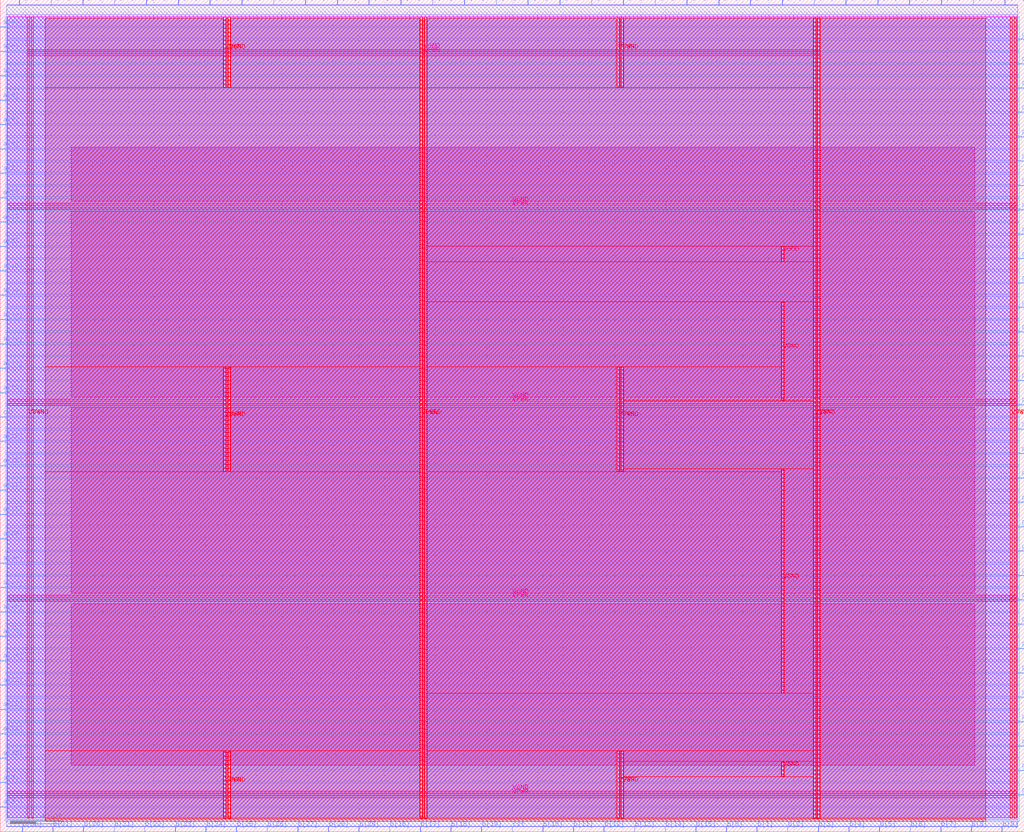
<source format=lef>
VERSION 5.7 ;
  NOWIREEXTENSIONATPIN ON ;
  DIVIDERCHAR "/" ;
  BUSBITCHARS "[]" ;
MACRO pipelined_mult
  CLASS BLOCK ;
  FOREIGN pipelined_mult ;
  ORIGIN 0.000 0.000 ;
  SIZE 800.000 BY 650.000 ;
  PIN VGND
    DIRECTION INOUT ;
    USE GROUND ;
    PORT
      LAYER met4 ;
        RECT 24.340 10.640 25.940 636.720 ;
    END
    PORT
      LAYER met4 ;
        RECT 177.940 10.640 179.540 62.995 ;
    END
    PORT
      LAYER met4 ;
        RECT 177.940 281.805 179.540 362.995 ;
    END
    PORT
      LAYER met4 ;
        RECT 177.940 581.805 179.540 636.720 ;
    END
    PORT
      LAYER met4 ;
        RECT 331.540 10.640 333.140 636.720 ;
    END
    PORT
      LAYER met4 ;
        RECT 485.140 10.640 486.740 62.995 ;
    END
    PORT
      LAYER met4 ;
        RECT 485.140 281.805 486.740 362.995 ;
    END
    PORT
      LAYER met4 ;
        RECT 485.140 581.805 486.740 636.720 ;
    END
    PORT
      LAYER met4 ;
        RECT 638.740 10.640 640.340 636.720 ;
    END
    PORT
      LAYER met4 ;
        RECT 792.340 10.640 793.940 636.720 ;
    END
    PORT
      LAYER met5 ;
        RECT 5.280 30.030 794.660 31.630 ;
    END
    PORT
      LAYER met5 ;
        RECT 5.280 183.210 794.660 184.810 ;
    END
    PORT
      LAYER met5 ;
        RECT 5.280 336.390 794.660 337.990 ;
    END
    PORT
      LAYER met5 ;
        RECT 5.280 489.570 794.660 491.170 ;
    END
    PORT
      LAYER met4 ;
        RECT 610.540 43.280 612.140 54.640 ;
    END
    PORT
      LAYER met4 ;
        RECT 610.540 108.560 612.140 283.120 ;
    END
    PORT
      LAYER met4 ;
        RECT 610.540 337.040 612.140 413.680 ;
    END
    PORT
      LAYER met4 ;
        RECT 610.540 445.840 612.140 457.200 ;
    END
    PORT
      LAYER met5 ;
        RECT 21.040 609.500 640.340 611.100 ;
    END
  END VGND
  PIN VPWR
    DIRECTION INOUT ;
    USE POWER ;
    PORT
      LAYER met4 ;
        RECT 21.040 10.640 22.640 636.720 ;
    END
    PORT
      LAYER met4 ;
        RECT 174.640 10.640 176.240 62.995 ;
    END
    PORT
      LAYER met4 ;
        RECT 174.640 281.805 176.240 362.995 ;
    END
    PORT
      LAYER met4 ;
        RECT 174.640 581.805 176.240 636.720 ;
    END
    PORT
      LAYER met4 ;
        RECT 328.240 10.640 329.840 636.720 ;
    END
    PORT
      LAYER met4 ;
        RECT 481.840 10.640 483.440 62.995 ;
    END
    PORT
      LAYER met4 ;
        RECT 481.840 281.805 483.440 362.995 ;
    END
    PORT
      LAYER met4 ;
        RECT 481.840 581.805 483.440 636.720 ;
    END
    PORT
      LAYER met4 ;
        RECT 635.440 10.640 637.040 636.720 ;
    END
    PORT
      LAYER met4 ;
        RECT 789.040 10.640 790.640 636.720 ;
    END
    PORT
      LAYER met5 ;
        RECT 5.280 26.730 794.660 28.330 ;
    END
    PORT
      LAYER met5 ;
        RECT 5.280 179.910 794.660 181.510 ;
    END
    PORT
      LAYER met5 ;
        RECT 5.280 333.090 794.660 334.690 ;
    END
    PORT
      LAYER met5 ;
        RECT 5.280 486.270 794.660 487.870 ;
    END
    PORT
      LAYER met5 ;
        RECT 21.040 606.100 640.340 607.700 ;
    END
  END VPWR
  PIN a[0]
    DIRECTION INPUT ;
    USE SIGNAL ;
    ANTENNAGATEAREA 0.682200 ;
    ANTENNADIFFAREA 0.434700 ;
    PORT
      LAYER met3 ;
        RECT 0.000 457.000 4.000 457.600 ;
    END
  END a[0]
  PIN a[10]
    DIRECTION INPUT ;
    USE SIGNAL ;
    ANTENNAGATEAREA 0.647700 ;
    ANTENNADIFFAREA 0.434700 ;
    PORT
      LAYER met3 ;
        RECT 0.000 342.760 4.000 343.360 ;
    END
  END a[10]
  PIN a[11]
    DIRECTION INPUT ;
    USE SIGNAL ;
    ANTENNAGATEAREA 0.647700 ;
    ANTENNADIFFAREA 0.434700 ;
    PORT
      LAYER met3 ;
        RECT 0.000 361.800 4.000 362.400 ;
    END
  END a[11]
  PIN a[12]
    DIRECTION INPUT ;
    USE SIGNAL ;
    ANTENNAGATEAREA 0.682200 ;
    ANTENNADIFFAREA 0.434700 ;
    PORT
      LAYER met3 ;
        RECT 0.000 380.840 4.000 381.440 ;
    END
  END a[12]
  PIN a[13]
    DIRECTION INPUT ;
    USE SIGNAL ;
    ANTENNAGATEAREA 0.647700 ;
    ANTENNADIFFAREA 0.434700 ;
    PORT
      LAYER met3 ;
        RECT 0.000 399.880 4.000 400.480 ;
    END
  END a[13]
  PIN a[14]
    DIRECTION INPUT ;
    USE SIGNAL ;
    ANTENNAGATEAREA 0.647700 ;
    ANTENNADIFFAREA 0.434700 ;
    PORT
      LAYER met3 ;
        RECT 0.000 418.920 4.000 419.520 ;
    END
  END a[14]
  PIN a[15]
    DIRECTION INPUT ;
    USE SIGNAL ;
    ANTENNAGATEAREA 0.647700 ;
    ANTENNADIFFAREA 0.434700 ;
    PORT
      LAYER met3 ;
        RECT 0.000 437.960 4.000 438.560 ;
    END
  END a[15]
  PIN a[16]
    DIRECTION INPUT ;
    USE SIGNAL ;
    ANTENNAGATEAREA 0.647700 ;
    ANTENNADIFFAREA 0.434700 ;
    PORT
      LAYER met3 ;
        RECT 0.000 247.560 4.000 248.160 ;
    END
  END a[16]
  PIN a[17]
    DIRECTION INPUT ;
    USE SIGNAL ;
    ANTENNAGATEAREA 0.647700 ;
    ANTENNADIFFAREA 0.434700 ;
    PORT
      LAYER met3 ;
        RECT 0.000 266.600 4.000 267.200 ;
    END
  END a[17]
  PIN a[18]
    DIRECTION INPUT ;
    USE SIGNAL ;
    ANTENNAGATEAREA 0.682200 ;
    ANTENNADIFFAREA 0.434700 ;
    PORT
      LAYER met3 ;
        RECT 0.000 285.640 4.000 286.240 ;
    END
  END a[18]
  PIN a[19]
    DIRECTION INPUT ;
    USE SIGNAL ;
    ANTENNAGATEAREA 0.682200 ;
    ANTENNADIFFAREA 0.434700 ;
    PORT
      LAYER met3 ;
        RECT 0.000 304.680 4.000 305.280 ;
    END
  END a[19]
  PIN a[1]
    DIRECTION INPUT ;
    USE SIGNAL ;
    ANTENNAGATEAREA 0.682200 ;
    ANTENNADIFFAREA 0.434700 ;
    PORT
      LAYER met3 ;
        RECT 0.000 476.040 4.000 476.640 ;
    END
  END a[1]
  PIN a[20]
    DIRECTION INPUT ;
    USE SIGNAL ;
    ANTENNAGATEAREA 0.682200 ;
    ANTENNADIFFAREA 0.434700 ;
    PORT
      LAYER met3 ;
        RECT 0.000 57.160 4.000 57.760 ;
    END
  END a[20]
  PIN a[21]
    DIRECTION INPUT ;
    USE SIGNAL ;
    ANTENNAGATEAREA 0.682200 ;
    ANTENNADIFFAREA 0.434700 ;
    PORT
      LAYER met3 ;
        RECT 0.000 76.200 4.000 76.800 ;
    END
  END a[21]
  PIN a[22]
    DIRECTION INPUT ;
    USE SIGNAL ;
    ANTENNAGATEAREA 0.682200 ;
    ANTENNADIFFAREA 0.434700 ;
    PORT
      LAYER met3 ;
        RECT 0.000 95.240 4.000 95.840 ;
    END
  END a[22]
  PIN a[23]
    DIRECTION INPUT ;
    USE SIGNAL ;
    ANTENNAGATEAREA 0.860700 ;
    ANTENNADIFFAREA 0.434700 ;
    PORT
      LAYER met3 ;
        RECT 0.000 114.280 4.000 114.880 ;
    END
  END a[23]
  PIN a[24]
    DIRECTION INPUT ;
    USE SIGNAL ;
    ANTENNAGATEAREA 0.682200 ;
    ANTENNADIFFAREA 0.434700 ;
    PORT
      LAYER met3 ;
        RECT 0.000 133.320 4.000 133.920 ;
    END
  END a[24]
  PIN a[25]
    DIRECTION INPUT ;
    USE SIGNAL ;
    ANTENNAGATEAREA 0.647700 ;
    ANTENNADIFFAREA 0.434700 ;
    PORT
      LAYER met3 ;
        RECT 0.000 152.360 4.000 152.960 ;
    END
  END a[25]
  PIN a[26]
    DIRECTION INPUT ;
    USE SIGNAL ;
    ANTENNAGATEAREA 0.647700 ;
    ANTENNADIFFAREA 0.434700 ;
    PORT
      LAYER met3 ;
        RECT 0.000 171.400 4.000 172.000 ;
    END
  END a[26]
  PIN a[27]
    DIRECTION INPUT ;
    USE SIGNAL ;
    ANTENNAGATEAREA 0.647700 ;
    ANTENNADIFFAREA 0.434700 ;
    PORT
      LAYER met3 ;
        RECT 0.000 190.440 4.000 191.040 ;
    END
  END a[27]
  PIN a[28]
    DIRECTION INPUT ;
    USE SIGNAL ;
    ANTENNAGATEAREA 0.682200 ;
    ANTENNADIFFAREA 0.434700 ;
    PORT
      LAYER met3 ;
        RECT 0.000 209.480 4.000 210.080 ;
    END
  END a[28]
  PIN a[29]
    DIRECTION INPUT ;
    USE SIGNAL ;
    ANTENNAGATEAREA 0.647700 ;
    ANTENNADIFFAREA 0.434700 ;
    PORT
      LAYER met3 ;
        RECT 0.000 228.520 4.000 229.120 ;
    END
  END a[29]
  PIN a[2]
    DIRECTION INPUT ;
    USE SIGNAL ;
    ANTENNAGATEAREA 0.682200 ;
    ANTENNADIFFAREA 0.434700 ;
    PORT
      LAYER met3 ;
        RECT 0.000 495.080 4.000 495.680 ;
    END
  END a[2]
  PIN a[30]
    DIRECTION INPUT ;
    USE SIGNAL ;
    ANTENNAGATEAREA 0.682200 ;
    ANTENNADIFFAREA 0.434700 ;
    PORT
      LAYER met3 ;
        RECT 0.000 19.080 4.000 19.680 ;
    END
  END a[30]
  PIN a[31]
    DIRECTION INPUT ;
    USE SIGNAL ;
    ANTENNAGATEAREA 0.682200 ;
    ANTENNADIFFAREA 0.434700 ;
    PORT
      LAYER met3 ;
        RECT 0.000 38.120 4.000 38.720 ;
    END
  END a[31]
  PIN a[3]
    DIRECTION INPUT ;
    USE SIGNAL ;
    ANTENNAGATEAREA 0.682200 ;
    ANTENNADIFFAREA 0.434700 ;
    PORT
      LAYER met3 ;
        RECT 0.000 514.120 4.000 514.720 ;
    END
  END a[3]
  PIN a[4]
    DIRECTION INPUT ;
    USE SIGNAL ;
    ANTENNAGATEAREA 0.682200 ;
    ANTENNADIFFAREA 0.434700 ;
    PORT
      LAYER met3 ;
        RECT 0.000 533.160 4.000 533.760 ;
    END
  END a[4]
  PIN a[5]
    DIRECTION INPUT ;
    USE SIGNAL ;
    ANTENNAGATEAREA 0.682200 ;
    ANTENNADIFFAREA 0.434700 ;
    PORT
      LAYER met3 ;
        RECT 0.000 552.200 4.000 552.800 ;
    END
  END a[5]
  PIN a[6]
    DIRECTION INPUT ;
    USE SIGNAL ;
    ANTENNAGATEAREA 0.682200 ;
    ANTENNADIFFAREA 0.434700 ;
    PORT
      LAYER met3 ;
        RECT 0.000 571.240 4.000 571.840 ;
    END
  END a[6]
  PIN a[7]
    DIRECTION INPUT ;
    USE SIGNAL ;
    ANTENNAGATEAREA 0.682200 ;
    ANTENNADIFFAREA 0.434700 ;
    PORT
      LAYER met3 ;
        RECT 0.000 590.280 4.000 590.880 ;
    END
  END a[7]
  PIN a[8]
    DIRECTION INPUT ;
    USE SIGNAL ;
    ANTENNAGATEAREA 0.860700 ;
    ANTENNADIFFAREA 0.434700 ;
    PORT
      LAYER met3 ;
        RECT 0.000 609.320 4.000 609.920 ;
    END
  END a[8]
  PIN a[9]
    DIRECTION INPUT ;
    USE SIGNAL ;
    ANTENNAGATEAREA 0.682200 ;
    ANTENNADIFFAREA 0.434700 ;
    PORT
      LAYER met3 ;
        RECT 0.000 628.360 4.000 628.960 ;
    END
  END a[9]
  PIN b[0]
    DIRECTION INPUT ;
    USE SIGNAL ;
    ANTENNAGATEAREA 0.647700 ;
    ANTENNADIFFAREA 0.434700 ;
    PORT
      LAYER met2 ;
        RECT 567.270 0.000 567.550 4.000 ;
    END
  END b[0]
  PIN b[10]
    DIRECTION INPUT ;
    USE SIGNAL ;
    ANTENNAGATEAREA 0.682200 ;
    ANTENNADIFFAREA 0.434700 ;
    PORT
      LAYER met2 ;
        RECT 423.750 0.000 424.030 4.000 ;
    END
  END b[10]
  PIN b[11]
    DIRECTION INPUT ;
    USE SIGNAL ;
    ANTENNAGATEAREA 0.682200 ;
    ANTENNADIFFAREA 0.434700 ;
    PORT
      LAYER met2 ;
        RECT 447.670 0.000 447.950 4.000 ;
    END
  END b[11]
  PIN b[12]
    DIRECTION INPUT ;
    USE SIGNAL ;
    ANTENNAGATEAREA 0.682200 ;
    ANTENNADIFFAREA 0.434700 ;
    PORT
      LAYER met2 ;
        RECT 471.590 0.000 471.870 4.000 ;
    END
  END b[12]
  PIN b[13]
    DIRECTION INPUT ;
    USE SIGNAL ;
    ANTENNAGATEAREA 0.682200 ;
    ANTENNADIFFAREA 0.434700 ;
    PORT
      LAYER met2 ;
        RECT 495.510 0.000 495.790 4.000 ;
    END
  END b[13]
  PIN b[14]
    DIRECTION INPUT ;
    USE SIGNAL ;
    ANTENNAGATEAREA 0.682200 ;
    ANTENNADIFFAREA 0.434700 ;
    PORT
      LAYER met2 ;
        RECT 519.430 0.000 519.710 4.000 ;
    END
  END b[14]
  PIN b[15]
    DIRECTION INPUT ;
    USE SIGNAL ;
    ANTENNAGATEAREA 0.682200 ;
    ANTENNADIFFAREA 0.434700 ;
    PORT
      LAYER met2 ;
        RECT 543.350 0.000 543.630 4.000 ;
    END
  END b[15]
  PIN b[16]
    DIRECTION INPUT ;
    USE SIGNAL ;
    ANTENNAGATEAREA 0.647700 ;
    ANTENNADIFFAREA 0.434700 ;
    PORT
      LAYER met2 ;
        RECT 304.150 0.000 304.430 4.000 ;
    END
  END b[16]
  PIN b[17]
    DIRECTION INPUT ;
    USE SIGNAL ;
    ANTENNAGATEAREA 0.682200 ;
    ANTENNADIFFAREA 0.434700 ;
    PORT
      LAYER met2 ;
        RECT 328.070 0.000 328.350 4.000 ;
    END
  END b[17]
  PIN b[18]
    DIRECTION INPUT ;
    USE SIGNAL ;
    ANTENNAGATEAREA 0.682200 ;
    ANTENNADIFFAREA 0.434700 ;
    PORT
      LAYER met2 ;
        RECT 351.990 0.000 352.270 4.000 ;
    END
  END b[18]
  PIN b[19]
    DIRECTION INPUT ;
    USE SIGNAL ;
    ANTENNAGATEAREA 0.860700 ;
    ANTENNADIFFAREA 0.434700 ;
    PORT
      LAYER met2 ;
        RECT 375.910 0.000 376.190 4.000 ;
    END
  END b[19]
  PIN b[1]
    DIRECTION INPUT ;
    USE SIGNAL ;
    ANTENNAGATEAREA 0.647700 ;
    ANTENNADIFFAREA 0.434700 ;
    PORT
      LAYER met2 ;
        RECT 591.190 0.000 591.470 4.000 ;
    END
  END b[1]
  PIN b[20]
    DIRECTION INPUT ;
    USE SIGNAL ;
    ANTENNAGATEAREA 0.682200 ;
    ANTENNADIFFAREA 0.434700 ;
    PORT
      LAYER met2 ;
        RECT 64.950 0.000 65.230 4.000 ;
    END
  END b[20]
  PIN b[21]
    DIRECTION INPUT ;
    USE SIGNAL ;
    ANTENNAGATEAREA 0.682200 ;
    ANTENNADIFFAREA 0.434700 ;
    PORT
      LAYER met2 ;
        RECT 88.870 0.000 89.150 4.000 ;
    END
  END b[21]
  PIN b[22]
    DIRECTION INPUT ;
    USE SIGNAL ;
    ANTENNAGATEAREA 0.682200 ;
    ANTENNADIFFAREA 0.434700 ;
    PORT
      LAYER met2 ;
        RECT 112.790 0.000 113.070 4.000 ;
    END
  END b[22]
  PIN b[23]
    DIRECTION INPUT ;
    USE SIGNAL ;
    ANTENNAGATEAREA 0.682200 ;
    ANTENNADIFFAREA 0.434700 ;
    PORT
      LAYER met2 ;
        RECT 136.710 0.000 136.990 4.000 ;
    END
  END b[23]
  PIN b[24]
    DIRECTION INPUT ;
    USE SIGNAL ;
    ANTENNAGATEAREA 0.682200 ;
    ANTENNADIFFAREA 0.434700 ;
    PORT
      LAYER met2 ;
        RECT 160.630 0.000 160.910 4.000 ;
    END
  END b[24]
  PIN b[25]
    DIRECTION INPUT ;
    USE SIGNAL ;
    ANTENNAGATEAREA 0.682200 ;
    ANTENNADIFFAREA 0.434700 ;
    PORT
      LAYER met2 ;
        RECT 184.550 0.000 184.830 4.000 ;
    END
  END b[25]
  PIN b[26]
    DIRECTION INPUT ;
    USE SIGNAL ;
    ANTENNAGATEAREA 0.682200 ;
    ANTENNADIFFAREA 0.434700 ;
    PORT
      LAYER met2 ;
        RECT 208.470 0.000 208.750 4.000 ;
    END
  END b[26]
  PIN b[27]
    DIRECTION INPUT ;
    USE SIGNAL ;
    ANTENNAGATEAREA 0.682200 ;
    ANTENNADIFFAREA 0.434700 ;
    PORT
      LAYER met2 ;
        RECT 232.390 0.000 232.670 4.000 ;
    END
  END b[27]
  PIN b[28]
    DIRECTION INPUT ;
    USE SIGNAL ;
    ANTENNAGATEAREA 0.682200 ;
    ANTENNADIFFAREA 0.434700 ;
    PORT
      LAYER met2 ;
        RECT 256.310 0.000 256.590 4.000 ;
    END
  END b[28]
  PIN b[29]
    DIRECTION INPUT ;
    USE SIGNAL ;
    ANTENNAGATEAREA 0.682200 ;
    ANTENNADIFFAREA 0.434700 ;
    PORT
      LAYER met2 ;
        RECT 280.230 0.000 280.510 4.000 ;
    END
  END b[29]
  PIN b[2]
    DIRECTION INPUT ;
    USE SIGNAL ;
    ANTENNAGATEAREA 0.682200 ;
    ANTENNADIFFAREA 0.434700 ;
    PORT
      LAYER met2 ;
        RECT 615.110 0.000 615.390 4.000 ;
    END
  END b[2]
  PIN b[30]
    DIRECTION INPUT ;
    USE SIGNAL ;
    ANTENNAGATEAREA 0.682200 ;
    ANTENNADIFFAREA 0.434700 ;
    PORT
      LAYER met2 ;
        RECT 17.110 0.000 17.390 4.000 ;
    END
  END b[30]
  PIN b[31]
    DIRECTION INPUT ;
    USE SIGNAL ;
    ANTENNAGATEAREA 0.682200 ;
    ANTENNADIFFAREA 0.434700 ;
    PORT
      LAYER met2 ;
        RECT 41.030 0.000 41.310 4.000 ;
    END
  END b[31]
  PIN b[3]
    DIRECTION INPUT ;
    USE SIGNAL ;
    ANTENNAGATEAREA 0.860700 ;
    ANTENNADIFFAREA 0.434700 ;
    PORT
      LAYER met2 ;
        RECT 639.030 0.000 639.310 4.000 ;
    END
  END b[3]
  PIN b[4]
    DIRECTION INPUT ;
    USE SIGNAL ;
    ANTENNAGATEAREA 0.860700 ;
    ANTENNADIFFAREA 0.434700 ;
    PORT
      LAYER met2 ;
        RECT 662.950 0.000 663.230 4.000 ;
    END
  END b[4]
  PIN b[5]
    DIRECTION INPUT ;
    USE SIGNAL ;
    ANTENNAGATEAREA 0.860700 ;
    ANTENNADIFFAREA 0.434700 ;
    PORT
      LAYER met2 ;
        RECT 686.870 0.000 687.150 4.000 ;
    END
  END b[5]
  PIN b[6]
    DIRECTION INPUT ;
    USE SIGNAL ;
    ANTENNAGATEAREA 0.860700 ;
    ANTENNADIFFAREA 0.434700 ;
    PORT
      LAYER met2 ;
        RECT 710.790 0.000 711.070 4.000 ;
    END
  END b[6]
  PIN b[7]
    DIRECTION INPUT ;
    USE SIGNAL ;
    ANTENNAGATEAREA 0.860700 ;
    ANTENNADIFFAREA 0.434700 ;
    PORT
      LAYER met2 ;
        RECT 734.710 0.000 734.990 4.000 ;
    END
  END b[7]
  PIN b[8]
    DIRECTION INPUT ;
    USE SIGNAL ;
    ANTENNAGATEAREA 0.929700 ;
    ANTENNADIFFAREA 0.434700 ;
    PORT
      LAYER met2 ;
        RECT 758.630 0.000 758.910 4.000 ;
    END
  END b[8]
  PIN b[9]
    DIRECTION INPUT ;
    USE SIGNAL ;
    ANTENNAGATEAREA 0.929700 ;
    ANTENNADIFFAREA 0.434700 ;
    PORT
      LAYER met2 ;
        RECT 782.550 0.000 782.830 4.000 ;
    END
  END b[9]
  PIN clk
    DIRECTION INPUT ;
    USE SIGNAL ;
    ANTENNAGATEAREA 2.573400 ;
    ANTENNADIFFAREA 0.869400 ;
    PORT
      LAYER met3 ;
        RECT 0.000 323.720 4.000 324.320 ;
    END
  END clk
  PIN p[0]
    DIRECTION OUTPUT ;
    USE SIGNAL ;
    ANTENNADIFFAREA 0.445500 ;
    PORT
      LAYER met3 ;
        RECT 796.000 447.480 800.000 448.080 ;
    END
  END p[0]
  PIN p[10]
    DIRECTION OUTPUT ;
    USE SIGNAL ;
    ANTENNADIFFAREA 0.445500 ;
    PORT
      LAYER met3 ;
        RECT 796.000 257.080 800.000 257.680 ;
    END
  END p[10]
  PIN p[11]
    DIRECTION OUTPUT ;
    USE SIGNAL ;
    ANTENNADIFFAREA 0.445500 ;
    PORT
      LAYER met3 ;
        RECT 796.000 276.120 800.000 276.720 ;
    END
  END p[11]
  PIN p[12]
    DIRECTION OUTPUT ;
    USE SIGNAL ;
    ANTENNADIFFAREA 0.445500 ;
    PORT
      LAYER met3 ;
        RECT 796.000 295.160 800.000 295.760 ;
    END
  END p[12]
  PIN p[13]
    DIRECTION OUTPUT ;
    USE SIGNAL ;
    ANTENNADIFFAREA 0.445500 ;
    PORT
      LAYER met3 ;
        RECT 796.000 314.200 800.000 314.800 ;
    END
  END p[13]
  PIN p[14]
    DIRECTION OUTPUT ;
    USE SIGNAL ;
    ANTENNADIFFAREA 0.445500 ;
    PORT
      LAYER met3 ;
        RECT 796.000 333.240 800.000 333.840 ;
    END
  END p[14]
  PIN p[15]
    DIRECTION OUTPUT ;
    USE SIGNAL ;
    ANTENNADIFFAREA 0.445500 ;
    PORT
      LAYER met3 ;
        RECT 796.000 352.280 800.000 352.880 ;
    END
  END p[15]
  PIN p[16]
    DIRECTION OUTPUT ;
    USE SIGNAL ;
    ANTENNADIFFAREA 0.445500 ;
    PORT
      LAYER met3 ;
        RECT 796.000 371.320 800.000 371.920 ;
    END
  END p[16]
  PIN p[17]
    DIRECTION OUTPUT ;
    USE SIGNAL ;
    ANTENNADIFFAREA 0.445500 ;
    PORT
      LAYER met3 ;
        RECT 796.000 390.360 800.000 390.960 ;
    END
  END p[17]
  PIN p[18]
    DIRECTION OUTPUT ;
    USE SIGNAL ;
    ANTENNADIFFAREA 0.445500 ;
    PORT
      LAYER met3 ;
        RECT 796.000 409.400 800.000 410.000 ;
    END
  END p[18]
  PIN p[19]
    DIRECTION OUTPUT ;
    USE SIGNAL ;
    ANTENNADIFFAREA 0.445500 ;
    PORT
      LAYER met3 ;
        RECT 796.000 428.440 800.000 429.040 ;
    END
  END p[19]
  PIN p[1]
    DIRECTION OUTPUT ;
    USE SIGNAL ;
    ANTENNADIFFAREA 0.445500 ;
    PORT
      LAYER met3 ;
        RECT 796.000 466.520 800.000 467.120 ;
    END
  END p[1]
  PIN p[20]
    DIRECTION OUTPUT ;
    USE SIGNAL ;
    ANTENNADIFFAREA 0.445500 ;
    PORT
      LAYER met3 ;
        RECT 796.000 66.680 800.000 67.280 ;
    END
  END p[20]
  PIN p[21]
    DIRECTION OUTPUT ;
    USE SIGNAL ;
    ANTENNADIFFAREA 0.445500 ;
    PORT
      LAYER met3 ;
        RECT 796.000 85.720 800.000 86.320 ;
    END
  END p[21]
  PIN p[22]
    DIRECTION OUTPUT ;
    USE SIGNAL ;
    ANTENNADIFFAREA 0.445500 ;
    PORT
      LAYER met3 ;
        RECT 796.000 104.760 800.000 105.360 ;
    END
  END p[22]
  PIN p[23]
    DIRECTION OUTPUT ;
    USE SIGNAL ;
    ANTENNADIFFAREA 0.445500 ;
    PORT
      LAYER met3 ;
        RECT 796.000 123.800 800.000 124.400 ;
    END
  END p[23]
  PIN p[24]
    DIRECTION OUTPUT ;
    USE SIGNAL ;
    ANTENNADIFFAREA 0.445500 ;
    PORT
      LAYER met3 ;
        RECT 796.000 142.840 800.000 143.440 ;
    END
  END p[24]
  PIN p[25]
    DIRECTION OUTPUT ;
    USE SIGNAL ;
    ANTENNADIFFAREA 0.445500 ;
    PORT
      LAYER met3 ;
        RECT 796.000 161.880 800.000 162.480 ;
    END
  END p[25]
  PIN p[26]
    DIRECTION OUTPUT ;
    USE SIGNAL ;
    ANTENNADIFFAREA 0.445500 ;
    PORT
      LAYER met3 ;
        RECT 796.000 180.920 800.000 181.520 ;
    END
  END p[26]
  PIN p[27]
    DIRECTION OUTPUT ;
    USE SIGNAL ;
    ANTENNADIFFAREA 0.445500 ;
    PORT
      LAYER met3 ;
        RECT 796.000 199.960 800.000 200.560 ;
    END
  END p[27]
  PIN p[28]
    DIRECTION OUTPUT ;
    USE SIGNAL ;
    ANTENNADIFFAREA 0.445500 ;
    PORT
      LAYER met3 ;
        RECT 796.000 219.000 800.000 219.600 ;
    END
  END p[28]
  PIN p[29]
    DIRECTION OUTPUT ;
    USE SIGNAL ;
    ANTENNADIFFAREA 0.445500 ;
    PORT
      LAYER met3 ;
        RECT 796.000 238.040 800.000 238.640 ;
    END
  END p[29]
  PIN p[2]
    DIRECTION OUTPUT ;
    USE SIGNAL ;
    ANTENNADIFFAREA 0.445500 ;
    PORT
      LAYER met3 ;
        RECT 796.000 485.560 800.000 486.160 ;
    END
  END p[2]
  PIN p[30]
    DIRECTION OUTPUT ;
    USE SIGNAL ;
    ANTENNADIFFAREA 0.445500 ;
    PORT
      LAYER met3 ;
        RECT 796.000 28.600 800.000 29.200 ;
    END
  END p[30]
  PIN p[31]
    DIRECTION OUTPUT ;
    USE SIGNAL ;
    ANTENNADIFFAREA 0.445500 ;
    PORT
      LAYER met3 ;
        RECT 796.000 47.640 800.000 48.240 ;
    END
  END p[31]
  PIN p[32]
    DIRECTION OUTPUT ;
    USE SIGNAL ;
    ANTENNADIFFAREA 0.445500 ;
    PORT
      LAYER met2 ;
        RECT 610.970 646.000 611.250 650.000 ;
    END
  END p[32]
  PIN p[33]
    DIRECTION OUTPUT ;
    USE SIGNAL ;
    ANTENNADIFFAREA 0.445500 ;
    PORT
      LAYER met2 ;
        RECT 635.810 646.000 636.090 650.000 ;
    END
  END p[33]
  PIN p[34]
    DIRECTION OUTPUT ;
    USE SIGNAL ;
    ANTENNADIFFAREA 0.445500 ;
    PORT
      LAYER met2 ;
        RECT 660.650 646.000 660.930 650.000 ;
    END
  END p[34]
  PIN p[35]
    DIRECTION OUTPUT ;
    USE SIGNAL ;
    ANTENNADIFFAREA 0.445500 ;
    PORT
      LAYER met2 ;
        RECT 685.490 646.000 685.770 650.000 ;
    END
  END p[35]
  PIN p[36]
    DIRECTION OUTPUT ;
    USE SIGNAL ;
    ANTENNADIFFAREA 0.445500 ;
    PORT
      LAYER met2 ;
        RECT 710.330 646.000 710.610 650.000 ;
    END
  END p[36]
  PIN p[37]
    DIRECTION OUTPUT ;
    USE SIGNAL ;
    ANTENNADIFFAREA 0.445500 ;
    PORT
      LAYER met2 ;
        RECT 735.170 646.000 735.450 650.000 ;
    END
  END p[37]
  PIN p[38]
    DIRECTION OUTPUT ;
    USE SIGNAL ;
    ANTENNADIFFAREA 0.445500 ;
    PORT
      LAYER met2 ;
        RECT 760.010 646.000 760.290 650.000 ;
    END
  END p[38]
  PIN p[39]
    DIRECTION OUTPUT ;
    USE SIGNAL ;
    ANTENNADIFFAREA 0.445500 ;
    PORT
      LAYER met2 ;
        RECT 784.850 646.000 785.130 650.000 ;
    END
  END p[39]
  PIN p[3]
    DIRECTION OUTPUT ;
    USE SIGNAL ;
    ANTENNADIFFAREA 0.445500 ;
    PORT
      LAYER met3 ;
        RECT 796.000 504.600 800.000 505.200 ;
    END
  END p[3]
  PIN p[40]
    DIRECTION OUTPUT ;
    USE SIGNAL ;
    ANTENNADIFFAREA 0.445500 ;
    PORT
      LAYER met2 ;
        RECT 362.570 646.000 362.850 650.000 ;
    END
  END p[40]
  PIN p[41]
    DIRECTION OUTPUT ;
    USE SIGNAL ;
    ANTENNADIFFAREA 0.445500 ;
    PORT
      LAYER met2 ;
        RECT 387.410 646.000 387.690 650.000 ;
    END
  END p[41]
  PIN p[42]
    DIRECTION OUTPUT ;
    USE SIGNAL ;
    ANTENNADIFFAREA 0.445500 ;
    PORT
      LAYER met2 ;
        RECT 412.250 646.000 412.530 650.000 ;
    END
  END p[42]
  PIN p[43]
    DIRECTION OUTPUT ;
    USE SIGNAL ;
    ANTENNADIFFAREA 0.445500 ;
    PORT
      LAYER met2 ;
        RECT 437.090 646.000 437.370 650.000 ;
    END
  END p[43]
  PIN p[44]
    DIRECTION OUTPUT ;
    USE SIGNAL ;
    ANTENNADIFFAREA 0.445500 ;
    PORT
      LAYER met2 ;
        RECT 461.930 646.000 462.210 650.000 ;
    END
  END p[44]
  PIN p[45]
    DIRECTION OUTPUT ;
    USE SIGNAL ;
    ANTENNADIFFAREA 0.445500 ;
    PORT
      LAYER met2 ;
        RECT 486.770 646.000 487.050 650.000 ;
    END
  END p[45]
  PIN p[46]
    DIRECTION OUTPUT ;
    USE SIGNAL ;
    ANTENNADIFFAREA 0.445500 ;
    PORT
      LAYER met2 ;
        RECT 511.610 646.000 511.890 650.000 ;
    END
  END p[46]
  PIN p[47]
    DIRECTION OUTPUT ;
    USE SIGNAL ;
    ANTENNADIFFAREA 0.445500 ;
    PORT
      LAYER met2 ;
        RECT 536.450 646.000 536.730 650.000 ;
    END
  END p[47]
  PIN p[48]
    DIRECTION OUTPUT ;
    USE SIGNAL ;
    ANTENNADIFFAREA 0.445500 ;
    PORT
      LAYER met2 ;
        RECT 561.290 646.000 561.570 650.000 ;
    END
  END p[48]
  PIN p[49]
    DIRECTION OUTPUT ;
    USE SIGNAL ;
    ANTENNADIFFAREA 0.445500 ;
    PORT
      LAYER met2 ;
        RECT 586.130 646.000 586.410 650.000 ;
    END
  END p[49]
  PIN p[4]
    DIRECTION OUTPUT ;
    USE SIGNAL ;
    ANTENNADIFFAREA 0.445500 ;
    PORT
      LAYER met3 ;
        RECT 796.000 523.640 800.000 524.240 ;
    END
  END p[4]
  PIN p[50]
    DIRECTION OUTPUT ;
    USE SIGNAL ;
    ANTENNADIFFAREA 0.445500 ;
    PORT
      LAYER met2 ;
        RECT 114.170 646.000 114.450 650.000 ;
    END
  END p[50]
  PIN p[51]
    DIRECTION OUTPUT ;
    USE SIGNAL ;
    ANTENNADIFFAREA 0.445500 ;
    PORT
      LAYER met2 ;
        RECT 139.010 646.000 139.290 650.000 ;
    END
  END p[51]
  PIN p[52]
    DIRECTION OUTPUT ;
    USE SIGNAL ;
    ANTENNADIFFAREA 0.445500 ;
    PORT
      LAYER met2 ;
        RECT 163.850 646.000 164.130 650.000 ;
    END
  END p[52]
  PIN p[53]
    DIRECTION OUTPUT ;
    USE SIGNAL ;
    ANTENNADIFFAREA 0.445500 ;
    PORT
      LAYER met2 ;
        RECT 188.690 646.000 188.970 650.000 ;
    END
  END p[53]
  PIN p[54]
    DIRECTION OUTPUT ;
    USE SIGNAL ;
    ANTENNADIFFAREA 0.445500 ;
    PORT
      LAYER met2 ;
        RECT 213.530 646.000 213.810 650.000 ;
    END
  END p[54]
  PIN p[55]
    DIRECTION OUTPUT ;
    USE SIGNAL ;
    ANTENNADIFFAREA 0.445500 ;
    PORT
      LAYER met2 ;
        RECT 238.370 646.000 238.650 650.000 ;
    END
  END p[55]
  PIN p[56]
    DIRECTION OUTPUT ;
    USE SIGNAL ;
    ANTENNADIFFAREA 0.445500 ;
    PORT
      LAYER met2 ;
        RECT 263.210 646.000 263.490 650.000 ;
    END
  END p[56]
  PIN p[57]
    DIRECTION OUTPUT ;
    USE SIGNAL ;
    ANTENNADIFFAREA 0.445500 ;
    PORT
      LAYER met2 ;
        RECT 288.050 646.000 288.330 650.000 ;
    END
  END p[57]
  PIN p[58]
    DIRECTION OUTPUT ;
    USE SIGNAL ;
    ANTENNADIFFAREA 0.445500 ;
    PORT
      LAYER met2 ;
        RECT 312.890 646.000 313.170 650.000 ;
    END
  END p[58]
  PIN p[59]
    DIRECTION OUTPUT ;
    USE SIGNAL ;
    ANTENNADIFFAREA 0.445500 ;
    PORT
      LAYER met2 ;
        RECT 337.730 646.000 338.010 650.000 ;
    END
  END p[59]
  PIN p[5]
    DIRECTION OUTPUT ;
    USE SIGNAL ;
    ANTENNADIFFAREA 0.445500 ;
    PORT
      LAYER met3 ;
        RECT 796.000 542.680 800.000 543.280 ;
    END
  END p[5]
  PIN p[60]
    DIRECTION OUTPUT ;
    USE SIGNAL ;
    ANTENNADIFFAREA 0.445500 ;
    PORT
      LAYER met2 ;
        RECT 14.810 646.000 15.090 650.000 ;
    END
  END p[60]
  PIN p[61]
    DIRECTION OUTPUT ;
    USE SIGNAL ;
    ANTENNADIFFAREA 0.445500 ;
    PORT
      LAYER met2 ;
        RECT 39.650 646.000 39.930 650.000 ;
    END
  END p[61]
  PIN p[62]
    DIRECTION OUTPUT ;
    USE SIGNAL ;
    ANTENNADIFFAREA 0.445500 ;
    PORT
      LAYER met2 ;
        RECT 64.490 646.000 64.770 650.000 ;
    END
  END p[62]
  PIN p[63]
    DIRECTION OUTPUT ;
    USE SIGNAL ;
    ANTENNADIFFAREA 0.445500 ;
    PORT
      LAYER met2 ;
        RECT 89.330 646.000 89.610 650.000 ;
    END
  END p[63]
  PIN p[6]
    DIRECTION OUTPUT ;
    USE SIGNAL ;
    ANTENNADIFFAREA 0.445500 ;
    PORT
      LAYER met3 ;
        RECT 796.000 561.720 800.000 562.320 ;
    END
  END p[6]
  PIN p[7]
    DIRECTION OUTPUT ;
    USE SIGNAL ;
    ANTENNADIFFAREA 0.445500 ;
    PORT
      LAYER met3 ;
        RECT 796.000 580.760 800.000 581.360 ;
    END
  END p[7]
  PIN p[8]
    DIRECTION OUTPUT ;
    USE SIGNAL ;
    ANTENNADIFFAREA 0.445500 ;
    PORT
      LAYER met3 ;
        RECT 796.000 599.800 800.000 600.400 ;
    END
  END p[8]
  PIN p[9]
    DIRECTION OUTPUT ;
    USE SIGNAL ;
    ANTENNADIFFAREA 0.445500 ;
    PORT
      LAYER met3 ;
        RECT 796.000 618.840 800.000 619.440 ;
    END
  END p[9]
  PIN rst
    DIRECTION INPUT ;
    USE SIGNAL ;
    ANTENNAGATEAREA 1.424700 ;
    ANTENNADIFFAREA 0.434700 ;
    PORT
      LAYER met2 ;
        RECT 399.830 0.000 400.110 4.000 ;
    END
  END rst
  OBS
      LAYER nwell ;
        RECT 5.330 10.795 794.610 636.565 ;
      LAYER li1 ;
        RECT 5.520 10.795 794.420 636.565 ;
      LAYER met1 ;
        RECT 5.130 9.220 794.810 638.140 ;
      LAYER met2 ;
        RECT 5.150 645.720 14.530 646.000 ;
        RECT 15.370 645.720 39.370 646.000 ;
        RECT 40.210 645.720 64.210 646.000 ;
        RECT 65.050 645.720 89.050 646.000 ;
        RECT 89.890 645.720 113.890 646.000 ;
        RECT 114.730 645.720 138.730 646.000 ;
        RECT 139.570 645.720 163.570 646.000 ;
        RECT 164.410 645.720 188.410 646.000 ;
        RECT 189.250 645.720 213.250 646.000 ;
        RECT 214.090 645.720 238.090 646.000 ;
        RECT 238.930 645.720 262.930 646.000 ;
        RECT 263.770 645.720 287.770 646.000 ;
        RECT 288.610 645.720 312.610 646.000 ;
        RECT 313.450 645.720 337.450 646.000 ;
        RECT 338.290 645.720 362.290 646.000 ;
        RECT 363.130 645.720 387.130 646.000 ;
        RECT 387.970 645.720 411.970 646.000 ;
        RECT 412.810 645.720 436.810 646.000 ;
        RECT 437.650 645.720 461.650 646.000 ;
        RECT 462.490 645.720 486.490 646.000 ;
        RECT 487.330 645.720 511.330 646.000 ;
        RECT 512.170 645.720 536.170 646.000 ;
        RECT 537.010 645.720 561.010 646.000 ;
        RECT 561.850 645.720 585.850 646.000 ;
        RECT 586.690 645.720 610.690 646.000 ;
        RECT 611.530 645.720 635.530 646.000 ;
        RECT 636.370 645.720 660.370 646.000 ;
        RECT 661.210 645.720 685.210 646.000 ;
        RECT 686.050 645.720 710.050 646.000 ;
        RECT 710.890 645.720 734.890 646.000 ;
        RECT 735.730 645.720 759.730 646.000 ;
        RECT 760.570 645.720 784.570 646.000 ;
        RECT 785.410 645.720 794.790 646.000 ;
        RECT 5.150 4.280 794.790 645.720 ;
        RECT 5.150 4.000 16.830 4.280 ;
        RECT 17.670 4.000 40.750 4.280 ;
        RECT 41.590 4.000 64.670 4.280 ;
        RECT 65.510 4.000 88.590 4.280 ;
        RECT 89.430 4.000 112.510 4.280 ;
        RECT 113.350 4.000 136.430 4.280 ;
        RECT 137.270 4.000 160.350 4.280 ;
        RECT 161.190 4.000 184.270 4.280 ;
        RECT 185.110 4.000 208.190 4.280 ;
        RECT 209.030 4.000 232.110 4.280 ;
        RECT 232.950 4.000 256.030 4.280 ;
        RECT 256.870 4.000 279.950 4.280 ;
        RECT 280.790 4.000 303.870 4.280 ;
        RECT 304.710 4.000 327.790 4.280 ;
        RECT 328.630 4.000 351.710 4.280 ;
        RECT 352.550 4.000 375.630 4.280 ;
        RECT 376.470 4.000 399.550 4.280 ;
        RECT 400.390 4.000 423.470 4.280 ;
        RECT 424.310 4.000 447.390 4.280 ;
        RECT 448.230 4.000 471.310 4.280 ;
        RECT 472.150 4.000 495.230 4.280 ;
        RECT 496.070 4.000 519.150 4.280 ;
        RECT 519.990 4.000 543.070 4.280 ;
        RECT 543.910 4.000 566.990 4.280 ;
        RECT 567.830 4.000 590.910 4.280 ;
        RECT 591.750 4.000 614.830 4.280 ;
        RECT 615.670 4.000 638.750 4.280 ;
        RECT 639.590 4.000 662.670 4.280 ;
        RECT 663.510 4.000 686.590 4.280 ;
        RECT 687.430 4.000 710.510 4.280 ;
        RECT 711.350 4.000 734.430 4.280 ;
        RECT 735.270 4.000 758.350 4.280 ;
        RECT 759.190 4.000 782.270 4.280 ;
        RECT 783.110 4.000 794.790 4.280 ;
      LAYER met3 ;
        RECT 4.000 629.360 796.000 636.645 ;
        RECT 4.400 627.960 796.000 629.360 ;
        RECT 4.000 619.840 796.000 627.960 ;
        RECT 4.000 618.440 795.600 619.840 ;
        RECT 4.000 610.320 796.000 618.440 ;
        RECT 4.400 608.920 796.000 610.320 ;
        RECT 4.000 600.800 796.000 608.920 ;
        RECT 4.000 599.400 795.600 600.800 ;
        RECT 4.000 591.280 796.000 599.400 ;
        RECT 4.400 589.880 796.000 591.280 ;
        RECT 4.000 581.760 796.000 589.880 ;
        RECT 4.000 580.360 795.600 581.760 ;
        RECT 4.000 572.240 796.000 580.360 ;
        RECT 4.400 570.840 796.000 572.240 ;
        RECT 4.000 562.720 796.000 570.840 ;
        RECT 4.000 561.320 795.600 562.720 ;
        RECT 4.000 553.200 796.000 561.320 ;
        RECT 4.400 551.800 796.000 553.200 ;
        RECT 4.000 543.680 796.000 551.800 ;
        RECT 4.000 542.280 795.600 543.680 ;
        RECT 4.000 534.160 796.000 542.280 ;
        RECT 4.400 532.760 796.000 534.160 ;
        RECT 4.000 524.640 796.000 532.760 ;
        RECT 4.000 523.240 795.600 524.640 ;
        RECT 4.000 515.120 796.000 523.240 ;
        RECT 4.400 513.720 796.000 515.120 ;
        RECT 4.000 505.600 796.000 513.720 ;
        RECT 4.000 504.200 795.600 505.600 ;
        RECT 4.000 496.080 796.000 504.200 ;
        RECT 4.400 494.680 796.000 496.080 ;
        RECT 4.000 486.560 796.000 494.680 ;
        RECT 4.000 485.160 795.600 486.560 ;
        RECT 4.000 477.040 796.000 485.160 ;
        RECT 4.400 475.640 796.000 477.040 ;
        RECT 4.000 467.520 796.000 475.640 ;
        RECT 4.000 466.120 795.600 467.520 ;
        RECT 4.000 458.000 796.000 466.120 ;
        RECT 4.400 456.600 796.000 458.000 ;
        RECT 4.000 448.480 796.000 456.600 ;
        RECT 4.000 447.080 795.600 448.480 ;
        RECT 4.000 438.960 796.000 447.080 ;
        RECT 4.400 437.560 796.000 438.960 ;
        RECT 4.000 429.440 796.000 437.560 ;
        RECT 4.000 428.040 795.600 429.440 ;
        RECT 4.000 419.920 796.000 428.040 ;
        RECT 4.400 418.520 796.000 419.920 ;
        RECT 4.000 410.400 796.000 418.520 ;
        RECT 4.000 409.000 795.600 410.400 ;
        RECT 4.000 400.880 796.000 409.000 ;
        RECT 4.400 399.480 796.000 400.880 ;
        RECT 4.000 391.360 796.000 399.480 ;
        RECT 4.000 389.960 795.600 391.360 ;
        RECT 4.000 381.840 796.000 389.960 ;
        RECT 4.400 380.440 796.000 381.840 ;
        RECT 4.000 372.320 796.000 380.440 ;
        RECT 4.000 370.920 795.600 372.320 ;
        RECT 4.000 362.800 796.000 370.920 ;
        RECT 4.400 361.400 796.000 362.800 ;
        RECT 4.000 353.280 796.000 361.400 ;
        RECT 4.000 351.880 795.600 353.280 ;
        RECT 4.000 343.760 796.000 351.880 ;
        RECT 4.400 342.360 796.000 343.760 ;
        RECT 4.000 334.240 796.000 342.360 ;
        RECT 4.000 332.840 795.600 334.240 ;
        RECT 4.000 324.720 796.000 332.840 ;
        RECT 4.400 323.320 796.000 324.720 ;
        RECT 4.000 315.200 796.000 323.320 ;
        RECT 4.000 313.800 795.600 315.200 ;
        RECT 4.000 305.680 796.000 313.800 ;
        RECT 4.400 304.280 796.000 305.680 ;
        RECT 4.000 296.160 796.000 304.280 ;
        RECT 4.000 294.760 795.600 296.160 ;
        RECT 4.000 286.640 796.000 294.760 ;
        RECT 4.400 285.240 796.000 286.640 ;
        RECT 4.000 277.120 796.000 285.240 ;
        RECT 4.000 275.720 795.600 277.120 ;
        RECT 4.000 267.600 796.000 275.720 ;
        RECT 4.400 266.200 796.000 267.600 ;
        RECT 4.000 258.080 796.000 266.200 ;
        RECT 4.000 256.680 795.600 258.080 ;
        RECT 4.000 248.560 796.000 256.680 ;
        RECT 4.400 247.160 796.000 248.560 ;
        RECT 4.000 239.040 796.000 247.160 ;
        RECT 4.000 237.640 795.600 239.040 ;
        RECT 4.000 229.520 796.000 237.640 ;
        RECT 4.400 228.120 796.000 229.520 ;
        RECT 4.000 220.000 796.000 228.120 ;
        RECT 4.000 218.600 795.600 220.000 ;
        RECT 4.000 210.480 796.000 218.600 ;
        RECT 4.400 209.080 796.000 210.480 ;
        RECT 4.000 200.960 796.000 209.080 ;
        RECT 4.000 199.560 795.600 200.960 ;
        RECT 4.000 191.440 796.000 199.560 ;
        RECT 4.400 190.040 796.000 191.440 ;
        RECT 4.000 181.920 796.000 190.040 ;
        RECT 4.000 180.520 795.600 181.920 ;
        RECT 4.000 172.400 796.000 180.520 ;
        RECT 4.400 171.000 796.000 172.400 ;
        RECT 4.000 162.880 796.000 171.000 ;
        RECT 4.000 161.480 795.600 162.880 ;
        RECT 4.000 153.360 796.000 161.480 ;
        RECT 4.400 151.960 796.000 153.360 ;
        RECT 4.000 143.840 796.000 151.960 ;
        RECT 4.000 142.440 795.600 143.840 ;
        RECT 4.000 134.320 796.000 142.440 ;
        RECT 4.400 132.920 796.000 134.320 ;
        RECT 4.000 124.800 796.000 132.920 ;
        RECT 4.000 123.400 795.600 124.800 ;
        RECT 4.000 115.280 796.000 123.400 ;
        RECT 4.400 113.880 796.000 115.280 ;
        RECT 4.000 105.760 796.000 113.880 ;
        RECT 4.000 104.360 795.600 105.760 ;
        RECT 4.000 96.240 796.000 104.360 ;
        RECT 4.400 94.840 796.000 96.240 ;
        RECT 4.000 86.720 796.000 94.840 ;
        RECT 4.000 85.320 795.600 86.720 ;
        RECT 4.000 77.200 796.000 85.320 ;
        RECT 4.400 75.800 796.000 77.200 ;
        RECT 4.000 67.680 796.000 75.800 ;
        RECT 4.000 66.280 795.600 67.680 ;
        RECT 4.000 58.160 796.000 66.280 ;
        RECT 4.400 56.760 796.000 58.160 ;
        RECT 4.000 48.640 796.000 56.760 ;
        RECT 4.000 47.240 795.600 48.640 ;
        RECT 4.000 39.120 796.000 47.240 ;
        RECT 4.400 37.720 796.000 39.120 ;
        RECT 4.000 29.600 796.000 37.720 ;
        RECT 4.000 28.200 795.600 29.600 ;
        RECT 4.000 20.080 796.000 28.200 ;
        RECT 4.400 18.680 796.000 20.080 ;
        RECT 4.000 8.335 796.000 18.680 ;
      LAYER met4 ;
        RECT 35.255 581.405 174.240 635.625 ;
        RECT 176.640 581.405 177.540 635.625 ;
        RECT 179.940 581.405 327.840 635.625 ;
        RECT 35.255 363.395 327.840 581.405 ;
        RECT 35.255 281.405 174.240 363.395 ;
        RECT 176.640 281.405 177.540 363.395 ;
        RECT 179.940 281.405 327.840 363.395 ;
        RECT 35.255 63.395 327.840 281.405 ;
        RECT 35.255 10.240 174.240 63.395 ;
        RECT 176.640 10.240 177.540 63.395 ;
        RECT 179.940 10.240 327.840 63.395 ;
        RECT 330.240 10.240 331.140 635.625 ;
        RECT 333.540 581.405 481.440 635.625 ;
        RECT 483.840 581.405 484.740 635.625 ;
        RECT 487.140 581.405 635.040 635.625 ;
        RECT 333.540 457.600 635.040 581.405 ;
        RECT 333.540 445.440 610.140 457.600 ;
        RECT 612.540 445.440 635.040 457.600 ;
        RECT 333.540 414.080 635.040 445.440 ;
        RECT 333.540 363.395 610.140 414.080 ;
        RECT 333.540 281.405 481.440 363.395 ;
        RECT 483.840 281.405 484.740 363.395 ;
        RECT 487.140 336.640 610.140 363.395 ;
        RECT 612.540 336.640 635.040 414.080 ;
        RECT 487.140 283.520 635.040 336.640 ;
        RECT 487.140 281.405 610.140 283.520 ;
        RECT 333.540 108.160 610.140 281.405 ;
        RECT 612.540 108.160 635.040 283.520 ;
        RECT 333.540 63.395 635.040 108.160 ;
        RECT 333.540 10.240 481.440 63.395 ;
        RECT 483.840 10.240 484.740 63.395 ;
        RECT 487.140 55.040 635.040 63.395 ;
        RECT 487.140 42.880 610.140 55.040 ;
        RECT 612.540 42.880 635.040 55.040 ;
        RECT 487.140 10.240 635.040 42.880 ;
        RECT 637.440 10.240 638.340 635.625 ;
        RECT 640.740 10.240 769.745 635.625 ;
        RECT 35.255 8.335 769.745 10.240 ;
      LAYER met5 ;
        RECT 55.280 492.770 761.180 534.810 ;
        RECT 55.280 339.590 761.180 484.670 ;
        RECT 55.280 186.410 761.180 331.490 ;
        RECT 55.280 51.900 761.180 178.310 ;
  END
END pipelined_mult
END LIBRARY


</source>
